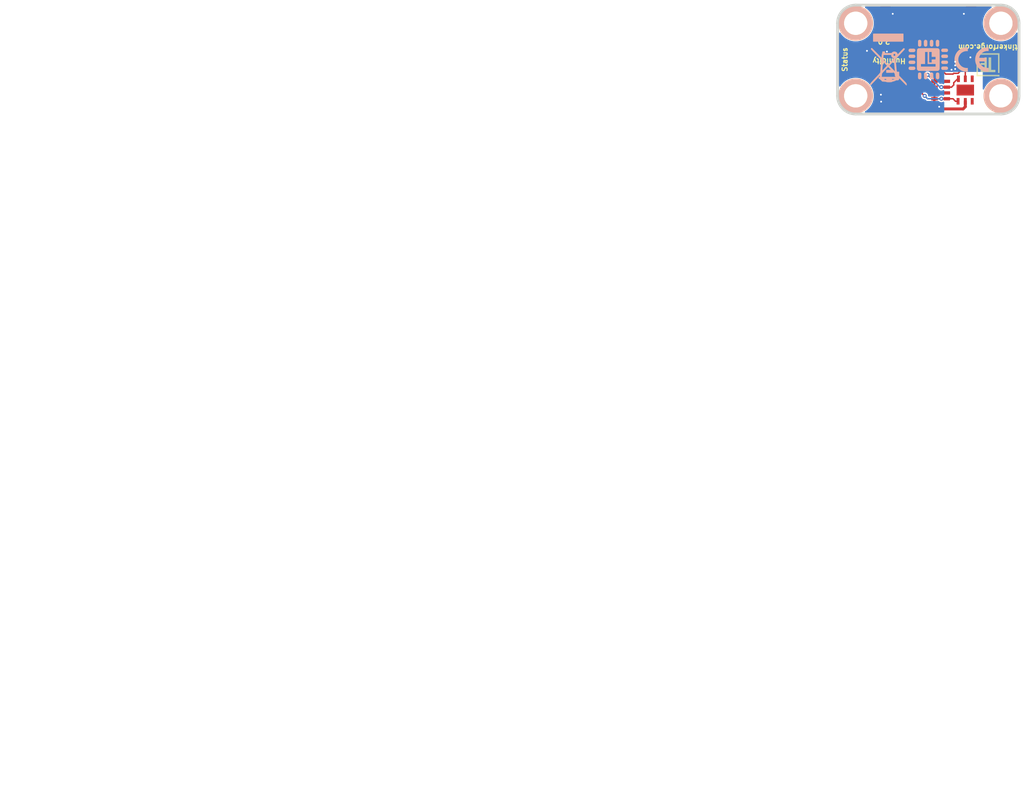
<source format=kicad_pcb>
(kicad_pcb (version 20221018) (generator pcbnew)
  (title_block (title "Humidity Bricklet") (date "2023-01-27") (rev "2.0") (company "Tinkerforge GmbH") (comment 1 "Licensed under CERN OHL v.1.1") (comment 2 "Copyright (©) 2023, B.Nordmeyer <bastian@tinkerforge.com>"))
  (layers (0 "F.Cu" signal) (31 "B.Cu" signal) (34 "B.Paste" user) (35 "F.Paste" user) (36 "B.SilkS" user "B.Silkscreen") (37 "F.SilkS" user "F.Silkscreen") (38 "B.Mask" user) (39 "F.Mask" user) (44 "Edge.Cuts" user))
  (net 0 "")
  (net 1 "GND")
  (net 2 "VCC")
  (net 3 "Net-(D101-Pad2)")
  (net 4 "Net-(P101-Pad4)")
  (net 5 "Net-(P101-Pad5)")
  (net 6 "Net-(P101-Pad6)")
  (net 7 "Net-(C102-Pad2)")
  (net 8 "Net-(R101-Pad1)")
  (net 9 "SDA")
  (net 10 "SCL")
  (net 11 "S-MISO")
  (net 12 "S-CS")
  (net 13 "S-CLK")
  (net 14 "S-MOSI")
  (net 15 "Net-(P102-Pad1)")
  (net 16 "Net-(P103-Pad2)")
  (net 17 "+5V")
  (net 18 "Net-(RP102-Pad6)")
  (net 19 "Net-(RP102-Pad8)")
  (net 20 "Net-(U101-Pad2)")
  (net 21 "Net-(U101-Pad3)")
  (net 22 "Net-(U101-Pad5)")
  (net 23 "Net-(U101-Pad6)")
  (net 24 "Net-(U101-Pad8)")
  (net 25 "Net-(U101-Pad11)")
  (net 26 "Net-(U101-Pad12)")
  (net 27 "Net-(U101-Pad13)")
  (net 28 "Net-(U101-Pad14)")
  (net 29 "Net-(U101-Pad16)")
  (net 30 "Net-(U101-Pad18)")
  (net 31 "Net-(U101-Pad20)")
  (net 32 "Net-(U101-Pad21)")
  (net 33 "Net-(U102-Pad3)")
  (net 34 "Net-(U102-Pad4)")
  (footprint "kicad-libraries:QFN24-4x4mm-0.5mm" (layer "F.Cu") (at 138.6 95.1 -45)
    (fp_text reference "U101")
    (fp_text value "XMC1100-16")
    (pad "1" smd oval (at -2.025 -1.25 315) (size 1 0.3) (layers "F.Cu" "F.Paste" "F.Mask") (net 11 "S-MISO"))
    (pad "2" smd oval (at -2.025 -0.75 315) (size 1 0.3) (layers "F.Cu" "F.Paste" "F.Mask") (net 20 "Net-(U101-Pad2)"))
    (pad "3" smd oval (at -2.025 -0.25 315) (size 1 0.3) (layers "F.Cu" "F.Paste" "F.Mask") (net 21 "Net-(U101-Pad3)"))
    (pad "4" smd oval (at -2.025 0.25 315) (size 1 0.3) (layers "F.Cu" "F.Paste" "F.Mask") (net 16 "Net-(P103-Pad2)"))
    (pad "5" smd oval (at -2.025 0.75 315) (size 1 0.3) (layers "F.Cu" "F.Paste" "F.Mask") (net 22 "Net-(U101-Pad5)"))
    (pad "6" smd oval (at -2.025 1.25 315) (size 1 0.3) (layers "F.Cu" "F.Paste" "F.Mask") (net 23 "Net-(U101-Pad6)"))
    (pad "7" smd oval (at -1.25 2.025 45) (size 1 0.3) (layers "F.Cu" "F.Paste" "F.Mask") (net 8 "Net-(R101-Pad1)"))
    (pad "8" smd oval (at -0.75 2.025 45) (size 1 0.3) (layers "F.Cu" "F.Paste" "F.Mask") (net 24 "Net-(U101-Pad8)"))
    (pad "9" smd oval (at -0.25 2.025 45) (size 1 0.3) (layers "F.Cu" "F.Paste" "F.Mask") (net 1 "GND"))
    (pad "10" smd oval (at 0.25 2.025 45) (size 1 0.3) (layers "F.Cu" "F.Paste" "F.Mask") (net 2 "VCC"))
    (pad "11" smd oval (at 0.75 2.025 45) (size 1 0.3) (layers "F.Cu" "F.Paste" "F.Mask") (net 25 "Net-(U101-Pad11)"))
    (pad "12" smd oval (at 1.25 2.025 45) (size 1 0.3) (layers "F.Cu" "F.Paste" "F.Mask") (net 26 "Net-(U101-Pad12)"))
    (pad "13" smd oval (at 2.025 1.25 315) (size 1 0.3) (layers "F.Cu" "F.Paste" "F.Mask") (net 27 "Net-(U101-Pad13)"))
    (pad "14" smd oval (at 2.025 0.75 315) (size 1 0.3) (layers "F.Cu" "F.Paste" "F.Mask") (net 28 "Net-(U101-Pad14)"))
    (pad "15" smd oval (at 2.025 0.25 315) (size 1 0.3) (layers "F.Cu" "F.Paste" "F.Mask") (net 15 "Net-(P102-Pad1)"))
    (pad "16" smd oval (at 2.025 -0.25 315) (size 1 0.3) (layers "F.Cu" "F.Paste" "F.Mask") (net 29 "Net-(U101-Pad16)"))
    (pad "17" smd oval (at 2.025 -0.75 315) (size 1 0.3) (layers "F.Cu" "F.Paste" "F.Mask") (net 9 "SDA"))
    (pad "18" smd oval (at 2.025 -1.25 315) (size 1 0.3) (layers "F.Cu" "F.Paste" "F.Mask") (net 30 "Net-(U101-Pad18)"))
    (pad "19" smd oval (at 1.25 -2.025 45) (size 1 0.3) (layers "F.Cu" "F.Paste" "F.Mask") (net 10 "SCL"))
    (pad "20" smd oval (at 0.75 -2.025 45) (size 1 0.3) (layers "F.Cu" "F.Paste" "F.Mask") (net 31 "Net-(U101-Pad20)"))
    (pad "21" smd oval (at 0.25 -2.025 45) (size 1 0.3) (layers "F.Cu" "F.Paste" "F.Mask") (net 32 "Net-(U101-Pad21)"))
    (pad "22" smd oval (at -0.25 -2.025 45) (size 1 0.3) (layers "F.Cu" "F.Paste" "F.Mask") (net 12 "S-CS"))
    (pad "23" smd oval (at -0.75 -2.025 45) (size 1 0.3) (layers "F.Cu" "F.Paste" "F.Mask") (net 13 "S-CLK"))
    (pad "24" smd oval (at -1.25 -2.025 45) (size 1 0.3) (layers "F.Cu" "F.Paste" "F.Mask") (net 14 "S-MOSI"))
    (pad "EXP" smd rect (at -0.65 -0.65 315) (size 1.3 1.3) (layers "F.Cu" "F.Paste" "F.Mask") (net 1 "GND"))
    (pad "EXP" smd rect (at -0.65 0.65 315) (size 1.3 1.3) (layers "F.Cu" "F.Paste" "F.Mask") (net 1 "GND"))
    (pad "EXP" smd rect (at 0.65 -0.65 315) (size 1.3 1.3) (layers "F.Cu" "F.Paste" "F.Mask") (net 1 "GND"))
    (pad "EXP" smd rect (at 0.65 0.65 315) (size 1.3 1.3) (layers "F.Cu" "F.Paste" "F.Mask") (net 1 "GND"))
  )
  (footprint "kicad-libraries:Logo_31x31" (layer "F.Cu") (at 151.5 93.9 180)
    (fp_text reference "G***" hide)
    (fp_text value "Logo_31x31" hide)
  )
  (footprint "kicad-libraries:DEBUG_PAD" (layer "F.Cu") (at 140.8 97.7)
    (fp_text reference "P102")
    (fp_text value "DEBUG")
    (pad "1" smd circle (at 0 0) (size 0.7 0.7) (layers "F.Cu" "F.Paste" "F.Mask") (net 15 "Net-(P102-Pad1)"))
  )
  (footprint "kicad-libraries:SolderJumper" (layer "F.Cu") (at 134.3 90.4)
    (fp_text reference "P103")
    (fp_text value "BOOT")
    (pad "1" smd rect (at -0.5 0) (size 0.4 1.4) (layers "F.Cu" "F.Mask") (net 1 "GND"))
    (pad "1" smd rect (at -0.225 -0.55) (size 0.95 0.3) (layers "F.Cu" "F.Mask") (net 1 "GND"))
    (pad "1" smd rect (at -0.225 0.55) (size 0.95 0.3) (layers "F.Cu" "F.Mask") (net 1 "GND"))
    (pad "2" smd rect (at 0.15 0) (size 0.6 0.5) (layers "F.Cu" "F.Mask") (net 16 "Net-(P103-Pad2)"))
    (pad "2" smd rect (at 0.55 0) (size 0.3 1.4) (layers "F.Cu" "F.Mask") (net 16 "Net-(P103-Pad2)"))
  )
  (footprint "kicad-libraries:Fiducial_Mark" (layer "F.Cu") (at 152.7 91.6 90)
    (fp_text reference "Fiducial_Mark" hide)
    (fp_text value "VAL**" hide)
    (pad "1" smd circle (at 0 0 90) (size 1.00076 1.00076) (layers "F.Cu" "F.Paste" "F.Mask") (clearance 0.65024))
  )
  (footprint "kicad-libraries:Fiducial_Mark" (layer "F.Cu") (at 138.2 85.6 90)
    (fp_text reference "Fiducial_Mark" hide)
    (fp_text value "VAL**" hide)
    (pad "1" smd circle (at 0 0 90) (size 1.00076 1.00076) (layers "F.Cu" "F.Paste" "F.Mask") (clearance 0.65024))
  )
  (footprint "kicad-libraries:DFN6-30x30_humidity" (layer "F.Cu") (at 146.8 95.8 180)
    (fp_text reference "U102")
    (fp_text value "HDC1080")
    (pad "1" smd rect (at 1 -1.55 180) (size 0.4 0.9) (layers "F.Cu" "F.Paste" "F.Mask") (net 9 "SDA"))
    (pad "2" smd rect (at 0 -1.55 180) (size 0.4 0.9) (layers "F.Cu" "F.Paste" "F.Mask") (net 1 "GND"))
    (pad "3" smd rect (at -0.95 -1.55 180) (size 0.4 0.9) (layers "F.Cu" "F.Paste" "F.Mask") (net 33 "Net-(U102-Pad3)"))
    (pad "4" smd rect (at -0.95 1.55 180) (size 0.4 0.9) (layers "F.Cu" "F.Paste" "F.Mask") (net 34 "Net-(U102-Pad4)"))
    (pad "5" smd rect (at 0 1.55 180) (size 0.4 0.9) (layers "F.Cu" "F.Paste" "F.Mask") (net 2 "VCC"))
    (pad "6" smd rect (at 0.95 1.55 180) (size 0.4 0.9) (layers "F.Cu" "F.Paste" "F.Mask") (net 10 "SCL"))
    (pad "EXP" smd rect (at 0 0 180) (size 2.4 1.5) (layers "F.Cu" "F.Paste" "F.Mask"))
  )
  (footprint "kicad-libraries:C0805" (layer "F.Cu") (at 144.1 90.7 180)
    (fp_text reference "C101")
    (fp_text value "10uF")
    (pad "1" smd rect (at -1.00076 0 180) (size 1.00076 1.24968) (layers "F.Cu" "F.Paste" "F.Mask") (net 1 "GND") (clearance 0.14986))
    (pad "2" smd rect (at 1.00076 0 180) (size 1.00076 1.24968) (layers "F.Cu" "F.Paste" "F.Mask") (net 2 "VCC") (clearance 0.14986))
  )
  (footprint "kicad-libraries:C0402F" (layer "F.Cu") (at 137.3 90.5)
    (fp_text reference "C102")
    (fp_text value "220pF")
    (pad "1" smd rect (at -0.5 0) (size 0.6 0.7) (layers "F.Cu" "F.Paste" "F.Mask") (net 1 "GND"))
    (pad "2" smd rect (at 0.5 0) (size 0.6 0.7) (layers "F.Cu" "F.Paste" "F.Mask") (net 7 "Net-(C102-Pad2)"))
  )
  (footprint "kicad-libraries:C0603F" (layer "F.Cu") (at 143.9 92.2 180)
    (fp_text reference "C103")
    (fp_text value "1uF")
    (pad "1" smd rect (at -0.75 0 180) (size 0.9 0.9) (layers "F.Cu" "F.Paste" "F.Mask") (net 1 "GND"))
    (pad "2" smd rect (at 0.75 0 180) (size 0.9 0.9) (layers "F.Cu" "F.Paste" "F.Mask") (net 2 "VCC"))
  )
  (footprint "kicad-libraries:C0603F" (layer "F.Cu") (at 136.2 97.5 135)
    (fp_text reference "C104")
    (fp_text value "100nF")
    (pad "1" smd rect (at -0.75 0 135) (size 0.9 0.9) (layers "F.Cu" "F.Paste" "F.Mask") (net 2 "VCC"))
    (pad "2" smd rect (at 0.75 0 135) (size 0.9 0.9) (layers "F.Cu" "F.Paste" "F.Mask") (net 1 "GND"))
  )
  (footprint "kicad-libraries:C0603F" (layer "F.Cu") (at 146.8 92 90)
    (fp_text reference "C105")
    (fp_text value "100nF")
    (pad "1" smd rect (at -0.75 0 90) (size 0.9 0.9) (layers "F.Cu" "F.Paste" "F.Mask") (net 2 "VCC"))
    (pad "2" smd rect (at 0.75 0 90) (size 0.9 0.9) (layers "F.Cu" "F.Paste" "F.Mask") (net 1 "GND"))
  )
  (footprint "kicad-libraries:D0603F" (layer "F.Cu") (at 131.4 91.6 90)
    (fp_text reference "D101")
    (fp_text value "blue")
    (pad "1" smd rect (at -0.75 0 90) (size 0.9 0.9) (layers "F.Cu" "F.Paste" "F.Mask") (net 2 "VCC"))
    (pad "2" smd rect (at 0.75 0 90) (size 0.9 0.9) (layers "F.Cu" "F.Paste" "F.Mask") (net 3 "Net-(D101-Pad2)"))
  )
  (footprint "kicad-libraries:CON-SENSOR2" (layer "F.Cu") (at 141.7 84.1 180)
    (fp_text reference "P101")
    (fp_text value "CON-SENSOR2")
    (pad "1" smd rect (at -3.75 -4.6 180) (size 0.6 1.8) (layers "F.Cu" "F.Paste" "F.Mask") (net 17 "+5V"))
    (pad "2" smd rect (at -2.5 -4.6 180) (size 0.6 1.8) (layers "F.Cu" "F.Paste" "F.Mask") (net 1 "GND"))
    (pad "3" smd rect (at -1.25 -4.6 180) (size 0.6 1.8) (layers "F.Cu" "F.Paste" "F.Mask") (net 2 "VCC"))
    (pad "4" smd rect (at 0 -4.6 180) (size 0.6 1.8) (layers "F.Cu" "F.Paste" "F.Mask") (net 4 "Net-(P101-Pad4)"))
    (pad "5" smd rect (at 1.25 -4.6 180) (size 0.6 1.8) (layers "F.Cu" "F.Paste" "F.Mask") (net 5 "Net-(P101-Pad5)"))
    (pad "6" smd rect (at 2.5 -4.6 180) (size 0.6 1.8) (layers "F.Cu" "F.Paste" "F.Mask") (net 6 "Net-(P101-Pad6)"))
    (pad "7" smd rect (at 3.75 -4.6 180) (size 0.6 1.8) (layers "F.Cu" "F.Paste" "F.Mask") (net 7 "Net-(C102-Pad2)"))
    (pad "EP" smd rect (at -5.9 -1.2 180) (size 1.4 2.4) (layers "F.Cu" "F.Paste" "F.Mask") (net 1 "GND"))
    (pad "EP" smd rect (at 5.9 -1.2 180) (size 1.4 2.4) (layers "F.Cu" "F.Paste" "F.Mask") (net 1 "GND"))
  )
  (footprint "kicad-libraries:R0603F" (layer "F.Cu") (at 134.2 93.1 135)
    (fp_text reference "R101")
    (fp_text value "1k")
    (pad "1" smd rect (at -0.75 0 135) (size 0.9 0.9) (layers "F.Cu" "F.Paste" "F.Mask") (net 8 "Net-(R101-Pad1)"))
    (pad "2" smd rect (at 0.75 0 135) (size 0.9 0.9) (layers "F.Cu" "F.Paste" "F.Mask") (net 3 "Net-(D101-Pad2)"))
  )
  (footprint "kicad-libraries:4X0402" (layer "F.Cu") (at 139.8 91 180)
    (fp_text reference "RP101")
    (fp_text value "82")
    (pad "1" smd rect (at -0.7493 0.575) (size 0.29972 0.65) (layers "F.Cu" "F.Paste" "F.Mask") (net 4 "Net-(P101-Pad4)"))
    (pad "2" smd rect (at -0.24892 0.575) (size 0.29972 0.65) (layers "F.Cu" "F.Paste" "F.Mask") (net 5 "Net-(P101-Pad5)"))
    (pad "3" smd rect (at 0.24892 0.575) (size 0.29972 0.65) (layers "F.Cu" "F.Paste" "F.Mask") (net 6 "Net-(P101-Pad6)"))
    (pad "4" smd rect (at 0.7493 0.575) (size 0.29972 0.65) (layers "F.Cu" "F.Paste" "F.Mask") (net 7 "Net-(C102-Pad2)"))
    (pad "5" smd rect (at 0.7493 -0.575 180) (size 0.29972 0.65) (layers "F.Cu" "F.Paste" "F.Mask") (net 11 "S-MISO"))
    (pad "6" smd rect (at 0.24892 -0.575 180) (size 0.29972 0.65) (layers "F.Cu" "F.Paste" "F.Mask") (net 14 "S-MOSI"))
    (pad "7" smd rect (at -0.24892 -0.575 180) (size 0.29972 0.65) (layers "F.Cu" "F.Paste" "F.Mask") (net 13 "S-CLK"))
    (pad "8" smd rect (at -0.7493 -0.575 180) (size 0.29972 0.65) (layers "F.Cu" "F.Paste" "F.Mask") (net 12 "S-CS"))
  )
  (footprint "kicad-libraries:0603X4" (layer "F.Cu") (at 143.4 95.8 90)
    (fp_text reference "RP102")
    (fp_text value "4k7")
    (pad "1" smd rect (at 1.19888 -0.8509 90) (size 0.44958 0.89916) (layers "F.Cu" "F.Paste" "F.Mask") (net 2 "VCC"))
    (pad "2" smd rect (at 0.39878 -0.8509 90) (size 0.44958 0.89916) (layers "F.Cu" "F.Paste" "F.Mask") (net 2 "VCC"))
    (pad "3" smd rect (at -0.39878 -0.8509 90) (size 0.44958 0.89916) (layers "F.Cu" "F.Paste" "F.Mask") (net 2 "VCC"))
    (pad "4" smd rect (at -1.19888 -0.8509 90) (size 0.44958 0.89916) (layers "F.Cu" "F.Paste" "F.Mask") (net 2 "VCC"))
    (pad "5" smd rect (at -1.19888 0.8509 90) (size 0.44958 0.89916) (layers "F.Cu" "F.Paste" "F.Mask") (net 9 "SDA"))
    (pad "6" smd rect (at -0.39878 0.8509 90) (size 0.44958 0.89916) (layers "F.Cu" "F.Paste" "F.Mask") (net 18 "Net-(RP102-Pad6)"))
    (pad "7" smd rect (at 0.39878 0.8509 90) (size 0.44958 0.89916) (layers "F.Cu" "F.Paste" "F.Mask") (net 10 "SCL"))
    (pad "8" smd rect (at 1.19888 0.8509 90) (size 0.44958 0.89916) (layers "F.Cu" "F.Paste" "F.Mask") (net 19 "Net-(RP102-Pad8)"))
  )
  (footprint "kicad-libraries:DRILL_NP" (layer "F.Cu") (at 131.7 86.6 90)
    (fp_text reference "U103" hide)
    (fp_text value "DRILL" hide)
    (pad "" np_thru_hole circle (at 0 0 90) (size 3.2 3.2) (drill 3.2) (layers "F&B.Cu" "*.Mask") (clearance 0.89))
  )
  (footprint "kicad-libraries:DRILL_NP" (layer "F.Cu") (at 151.7 86.6 90)
    (fp_text reference "U104" hide)
    (fp_text value "DRILL" hide)
    (pad "" np_thru_hole circle (at 0 0 90) (size 3.2 3.2) (drill 3.2) (layers "F&B.Cu" "*.Mask") (clearance 0.89))
  )
  (footprint "kicad-libraries:DRILL_NP" (layer "F.Cu") (at 131.7 96.6 90)
    (fp_text reference "U105" hide)
    (fp_text value "DRILL" hide)
    (pad "" np_thru_hole circle (at 0 0 90) (size 3.2 3.2) (drill 3.2) (layers "F&B.Cu" "*.Mask") (clearance 0.89))
  )
  (footprint "kicad-libraries:DRILL_NP" (layer "F.Cu") (at 151.7 96.6 90)
    (fp_text reference "U106" hide)
    (fp_text value "DRILL" hide)
    (pad "" np_thru_hole circle (at 0 0 90) (size 3.2 3.2) (drill 3.2) (layers "F&B.Cu" "*.Mask") (clearance 0.89))
  )
  (footprint "kicad-libraries:Logo_CoMCU" (layer "B.Cu") (at 141.7 91.6)
    (fp_text reference "G***" hide)
    (fp_text value "LOGO" hide)
  )
  (footprint "kicad-libraries:WEEE_7mm" (layer "B.Cu") (at 136.2 91.6)
    (fp_text reference "G***" hide)
    (fp_text value "LOGO" hide)
  )
  (footprint "kicad-libraries:CE_5mm" (layer "B.Cu") (at 147.7 91.6)
    (fp_text reference "VAL" hide)
    (fp_text value "CE_5mm" hide)
  )
  (gr_line (start 129.2 86.6) (end 129.2 96.6) (stroke (width 0.381)) (layer "Edge.Cuts"))
  (gr_arc (start 151.7 84.1) (mid 153.467767 84.832233) (end 154.2 86.6) (stroke (width 0.381)) (layer "Edge.Cuts"))
  (gr_line (start 151.7 84.1) (end 131.7 84.1) (stroke (width 0.381)) (layer "Edge.Cuts"))
  (gr_line (start 131.7 99.1) (end 151.7 99.1) (stroke (width 0.381)) (layer "Edge.Cuts"))
  (gr_arc (start 131.7 99.1) (mid 129.932233 98.367767) (end 129.2 96.6) (stroke (width 0.381)) (layer "Edge.Cuts"))
  (gr_arc (start 154.2 96.6) (mid 153.467767 98.367767) (end 151.7 99.1) (stroke (width 0.381)) (layer "Edge.Cuts"))
  (gr_arc (start 129.2 86.6) (mid 129.932233 84.832233) (end 131.7 84.1) (stroke (width 0.381)) (layer "Edge.Cuts"))
  (gr_line (start 154.2 96.6) (end 154.2 86.6) (stroke (width 0.381)) (layer "Edge.Cuts"))
  (gr_text "Humidity" (at 136.3 91.8 180) (layer "F.SilkS") (effects (font (size 0.7 0.7))))
  (gr_text "tinkerforge.com" (at 149.9 89.9 180) (layer "F.SilkS") (effects (font (size 0.7 0.7))))
  (gr_text "Status" (at 130.2 91.6 90) (layer "F.SilkS") (effects (font (size 0.7 0.7))))
  (gr_text "2.0" (at 135.6 89.1 180) (layer "F.SilkS") (effects (font (size 0.7 0.7))))
  (segment (start 136.546447 96.8) (end 135.83934 96.8) (width 0.25) (layer "F.Cu") (net 1))
  (segment (start 135.83934 96.8) (end 135.66967 96.96967) (width 0.25) (layer "F.Cu") (net 1))
  (segment (start 145.1 92.2) (end 145.4 91.9) (width 0.5) (layer "F.Cu") (net 1))
  (segment (start 145.2 92.2) (end 145.4 92.4) (width 0.5) (layer "F.Cu") (net 1))
  (segment (start 144.65 92.25) (end 145.3 92.9) (width 0.5) (layer "F.Cu") (net 1))
  (segment (start 145.3 92.9) (end 145.4 92.9) (width 0.5) (layer "F.Cu") (net 1))
  (segment (start 144.65 92.75) (end 144.9 93) (width 0.5) (layer "F.Cu") (net 1))
  (segment (start 144.2 89.3) (end 145.10076 90.20076) (width 0.5) (layer "F.Cu") (net 1))
  (segment (start 145.10076 90.20076) (end 145.10076 90.7) (width 0.5) (layer "F.Cu") (net 1))
  (segment (start 145.10076 91.29924) (end 144.65 91.75) (width 0.5) (layer "F.Cu") (net 1))
  (segment (start 144.65 91.75) (end 144.65 92.2) (width 0.5) (layer "F.Cu") (net 1))
  (segment (start 137.680761 95.665686) (end 137.680761 95.1) (width 0.25) (layer "F.Cu") (net 1))
  (segment (start 133.8 90.95) (end 134.1 90.95) (width 0.25) (layer "F.Cu") (net 1))
  (segment (start 134.1 90.95) (end 134.075 90.95) (width 0.25) (layer "F.Cu") (net 1))
  (segment (start 133.8 89.85) (end 134.1 89.85) (width 0.25) (layer "F.Cu") (net 1))
  (segment (start 134.1 89.85) (end 134.075 89.85) (width 0.25) (layer "F.Cu") (net 1))
  (segment (start 147.45 91.25) (end 147.5 91.3) (width 0.4) (layer "F.Cu") (net 1))
  (segment (start 146.8 98.1) (end 146.5 98.4) (width 0.4) (layer "F.Cu") (net 1))
  (segment (start 146.5 98.4) (end 143.5 98.4) (width 0.4) (layer "F.Cu") (net 1))
  (segment (start 143.5 98.4) (end 143.2 98.1) (width 0.4) (layer "F.Cu") (net 1))
  (segment (start 145.10076 90.7) (end 145.10076 91.29924) (width 0.5) (layer "F.Cu") (net 1))
  (segment (start 133.8 90.4) (end 133.8 90.95) (width 0.25) (layer "F.Cu") (net 1))
  (segment (start 146.8 97.35) (end 146.8 98.1) (width 0.4) (layer "F.Cu") (net 1))
  (segment (start 136.991332 96.355115) (end 136.546447 96.8) (width 0.25) (layer "F.Cu") (net 1))
  (segment (start 133.8 90.4) (end 133.25 90.4) (width 0.25) (layer "F.Cu") (net 1))
  (segment (start 144.65 92.2) (end 144.65 92.25) (width 0.5) (layer "F.Cu") (net 1))
  (segment (start 147.6 85.3) (end 146.6 85.3) (width 0.5) (layer "F.Cu") (net 1))
  (segment (start 138.6 94.180761) (end 137.680761 95.1) (width 0.25) (layer "F.Cu") (net 1))
  (segment (start 144.65 92.2) (end 144.65 92.75) (width 0.5) (layer "F.Cu") (net 1))
  (segment (start 133.8 90.4) (end 133.8 89.85) (width 0.25) (layer "F.Cu") (net 1))
  (segment (start 139.519239 95.1) (end 138.6 96.019239) (width 0.25) (layer "F.Cu") (net 1))
  (segment (start 136.65 90.5) (end 136 90.5) (width 0.5) (layer "F.Cu") (net 1))
  (segment (start 135.1703 96.4703) (end 135.1703 96.4396) (width 0.5) (layer "F.Cu") (net 1))
  (segment (start 135.66967 96.96967) (end 135.1703 96.4703) (width 0.5) (layer "F.Cu") (net 1))
  (segment (start 135.23934 97.4) (end 135.66967 96.96967) (width 0.5) (layer "F.Cu") (net 1))
  (segment (start 135.8 85.3) (end 136.8 85.3) (width 0.5) (layer "F.Cu") (net 1))
  (segment (start 144.65 92.2) (end 145.2 92.2) (width 0.5) (layer "F.Cu") (net 1))
  (segment (start 144.2 88.7) (end 144.2 89.3) (width 0.5) (layer "F.Cu") (net 1))
  (segment (start 146.8 91.25) (end 147.45 91.25) (width 0.4) (layer "F.Cu") (net 1))
  (segment (start 144.65 92.2) (end 145.1 92.2) (width 0.5) (layer "F.Cu") (net 1))
  (segment (start 137.680761 95.1) (end 138.6 96.019239) (width 0.25) (layer "F.Cu") (net 1))
  (segment (start 135.2 97.4) (end 135.23934 97.4) (width 0.5) (layer "F.Cu") (net 1))
  (segment (start 136.991332 96.355115) (end 137.680761 95.665686) (width 0.25) (layer "F.Cu") (net 1))
  (via (at 144.9 93) (size 0.55) (drill 0.25) (layers "F.Cu" "B.Cu") (net 1))
  (via (at 147.5 91.3) (size 0.55) (drill 0.25) (layers "F.Cu" "B.Cu") (net 1))
  (via (at 143.2 98.1) (size 0.55) (drill 0.25) (layers "F.Cu" "B.Cu") (net 1))
  (via (at 136 90.5) (size 0.55) (drill 0.25) (layers "F.Cu" "B.Cu") (net 1))
  (via (at 136.8 85.3) (size 0.55) (drill 0.25) (layers "F.Cu" "B.Cu") (net 1))
  (via (at 145.4 91.9) (size 0.55) (drill 0.25) (layers "F.Cu" "B.Cu") (net 1))
  (via (at 145.4 92.4) (size 0.55) (drill 0.25) (layers "F.Cu" "B.Cu") (net 1))
  (via (at 135.1703 96.4396) (size 0.55) (drill 0.25) (layers "F.Cu" "B.Cu") (net 1))
  (via (at 135.2 97.4) (size 0.55) (drill 0.25) (layers "F.Cu" "B.Cu") (net 1))
  (via (at 146.6 85.3) (size 0.55) (drill 0.25) (layers "F.Cu" "B.Cu") (net 1))
  (via (at 145.4 92.9) (size 0.55) (drill 0.25) (layers "F.Cu" "B.Cu") (net 1))
  (via (at 133.25 90.4) (size 0.55) (drill 0.25) (layers "F.Cu" "B.Cu") (net 1))
  (segment (start 136.9 97.153553) (end 136.9 97.86066) (width 0.25) (layer "F.Cu") (net 2))
  (segment (start 136.9 97.86066) (end 136.73033 98.03033) (width 0.25) (layer "F.Cu") (net 2))
  (segment (start 140.2 98.4) (end 137.1 98.4) (width 0.25) (layer "F.Cu") (net 2))
  (segment (start 142.95 89.75) (end 143.09924 89.89924) (width 0.5) (layer "F.Cu") (net 2))
  (segment (start 143.09924 89.89924) (end 143.09924 90.7) (width 0.5) (layer "F.Cu") (net 2))
  (segment (start 143.09924 92.14924) (end 143.15 92.2) (width 0.5) (layer "F.Cu") (net 2))
  (segment (start 141.4 98.4) (end 140.2 98.4) (width 0.25) (layer "F.Cu") (net 2))
  (segment (start 143.15 92.95) (end 142.5491 93.5509) (width 0.25) (layer "F.Cu") (net 2))
  (segment (start 142.5491 93.5509) (end 142.5491 94.60112) (width 0.25) (layer "F.Cu") (net 2))
  (segment (start 142.5491 97.2509) (end 141.4 98.4) (width 0.25) (layer "F.Cu") (net 2))
  (segment (start 146.55 92.75) (end 145.8 93.5) (width 0.2) (layer "F.Cu") (net 2))
  (segment (start 145.8 93.5) (end 145.2 93.5) (width 0.2) (layer "F.Cu") (net 2))
  (segment (start 145.2 93.5) (end 145.1 93.6) (width 0.2) (layer "F.Cu") (net 2))
  (segment (start 145.1 93.6) (end 144.1 93.6) (width 0.2) (layer "F.Cu") (net 2))
  (segment (start 144.1 93.6) (end 143.15 92.65) (width 0.2) (layer "F.Cu") (net 2))
  (segment (start 143.15 92.65) (end 143.15 92.2) (width 0.2) (layer "F.Cu") (net 2))
  (segment (start 137.344885 96.708668) (end 136.9 97.153553) (width 0.25) (layer "F.Cu") (net 2))
  (segment (start 142.5491 94.60112) (end 142.5491 95.40122) (width 0.25) (layer "F.Cu") (net 2))
  (segment (start 146.8 92.75) (end 146.55 92.75) (width 0.2) (layer "F.Cu") (net 2))
  (segment (start 131.4 92.35) (end 130.55 92.35) (width 0.2) (layer "F.Cu") (net 2))
  (segment (start 142.5491 96.19878) (end 142.5491 96.99888) (width 0.25) (layer "F.Cu") (net 2))
  (segment (start 130.4 92.2) (end 130.4 90.3) (width 0.2) (layer "F.Cu") (net 2))
  (segment (start 130.8 89.9) (end 133.007537 89.9) (width 0.2) (layer "F.Cu") (net 2))
  (segment (start 143.15 92.2) (end 143.15 92.55) (width 0.25) (layer "F.Cu") (net 2))
  (segment (start 142.5491 95.40122) (end 142.5491 96.19878) (width 0.25) (layer "F.Cu") (net 2))
  (segment (start 146.8 94.25) (end 146.8 92.75) (width 0.2) (layer "F.Cu") (net 2))
  (segment (start 142.5491 96.99888) (end 142.5491 97.2509) (width 0.25) (layer "F.Cu") (net 2))
  (segment (start 133.007537 89.9) (end 133.457537 89.45) (width 0.2) (layer "F.Cu") (net 2))
  (segment (start 137.2 87.2) (end 142.7 87.2) (width 0.2) (layer "F.Cu") (net 2))
  (segment (start 142.7 87.2) (end 142.95 87.45) (width 0.2) (layer "F.Cu") (net 2))
  (segment (start 142.95 88.7) (end 142.95 89.75) (width 0.5) (layer "F.Cu") (net 2))
  (segment (start 143.09924 90.7) (end 143.09924 92.14924) (width 0.5) (layer "F.Cu") (net 2))
  (segment (start 134.95 89.45) (end 137.2 87.2) (width 0.2) (layer "F.Cu") (net 2))
  (segment (start 137.1 98.4) (end 136.73033 98.03033) (width 0.25) (layer "F.Cu") (net 2))
  (segment (start 130.55 92.35) (end 130.4 92.2) (width 0.2) (layer "F.Cu") (net 2))
  (segment (start 133.457537 89.45) (end 134.95 89.45) (width 0.2) (layer "F.Cu") (net 2))
  (segment (start 142.95 87.45) (end 142.95 88.7) (width 0.2) (layer "F.Cu") (net 2))
  (segment (start 143.15 92.2) (end 143.15 92.95) (width 0.25) (layer "F.Cu") (net 2))
  (segment (start 130.4 90.3) (end 130.8 89.9) (width 0.2) (layer "F.Cu") (net 2))
  (segment (start 131.8499 90.7499) (end 133.66967 92.56967) (width 0.25) (layer "F.Cu") (net 3))
  (segment (start 131.6002 90.7499) (end 131.8499 90.7499) (width 0.25) (layer "F.Cu") (net 3))
  (segment (start 131.5001 90.85) (end 131.6002 90.7499) (width 0.25) (layer "F.Cu") (net 3))
  (segment (start 140.5493 90.2507) (end 140.8 90) (width 0.25) (layer "F.Cu") (net 4))
  (segment (start 140.8 90) (end 141.2 90) (width 0.25) (layer "F.Cu") (net 4))
  (segment (start 141.2 90) (end 141.7 89.5) (width 0.25) (layer "F.Cu") (net 4))
  (segment (start 141.7 89.5) (end 141.7 88.7) (width 0.25) (layer "F.Cu") (net 4))
  (segment (start 140.5493 90.425) (end 140.5493 90.2507) (width 0.25) (layer "F.Cu") (net 4))
  (segment (start 140.04892 89.95108) (end 140.45 89.55) (width 0.25) (layer "F.Cu") (net 5))
  (segment (start 140.45 89.55) (end 140.45 88.7) (width 0.25) (layer "F.Cu") (net 5))
  (segment (start 140.04892 90.425) (end 140.04892 89.95108) (width 0.25) (layer "F.Cu") (net 5))
  (segment (start 139.55108 89.95108) (end 139.2 89.6) (width 0.25) (layer "F.Cu") (net 6))
  (segment (start 139.2 89.6) (end 139.2 88.7) (width 0.25) (layer "F.Cu") (net 6))
  (segment (start 139.55108 90.425) (end 139.55108 89.95108) (width 0.25) (layer "F.Cu") (net 6))
  (segment (start 138.9757 90.5) (end 137.95 90.5) (width 0.25) (layer "F.Cu") (net 7))
  (segment (start 137.95 88.7) (end 137.95 90.5) (width 0.25) (layer "F.Cu") (net 7))
  (segment (start 139.0507 90.425) (end 138.9757 90.5) (width 0.25) (layer "F.Cu") (net 7))
  (segment (start 135.1 94) (end 134.73033 93.63033) (width 0.25) (layer "F.Cu") (net 8))
  (segment (start 136.284225 95.648008) (end 135.932233 96) (width 0.25) (layer "F.Cu") (net 8))
  (segment (start 135.1 95.6) (end 135.1 94) (width 0.25) (layer "F.Cu") (net 8))
  (segment (start 135.932233 96) (end 135.5 96) (width 0.25) (layer "F.Cu") (net 8))
  (segment (start 135.5 96) (end 135.1 95.6) (width 0.25) (layer "F.Cu") (net 8))
  (segment (start 145.45 97.35) (end 145.09888 96.99888) (width 0.2) (layer "F.Cu") (net 9))
  (segment (start 145.09888 96.99888) (end 144.2509 96.99888) (width 0.2) (layer "F.Cu") (net 9))
  (segment (start 143.50112 96.99888) (end 143.5 97) (width 0.2) (layer "F.Cu") (net 9))
  (segment (start 141.16066 96.6) (end 141.2 96.6) (width 0.2) (layer "F.Cu") (net 9))
  (segment (start 145.8 97.35) (end 145.45 97.35) (width 0.2) (layer "F.Cu") (net 9))
  (segment (start 144.2509 96.99888) (end 143.50112 96.99888) (width 0.2) (layer "F.Cu") (net 9))
  (segment (start 141.16066 96.6) (end 140.562221 96.001561) (width 0.2) (layer "F.Cu") (net 9))
  (via (at 143.5 97) (size 0.55) (drill 0.25) (layers "F.Cu" "B.Cu") (net 9))
  (via (at 141.2 96.6) (size 0.55) (drill 0.25) (layers "F.Cu" "B.Cu") (net 9))
  (segment (start 141.6 97) (end 141.2 96.6) (width 0.2) (layer "B.Cu") (net 9))
  (segment (start 143.5 97) (end 141.6 97) (width 0.2) (layer "B.Cu") (net 9))
  (segment (start 145.75 94.25) (end 145.2 94.8) (width 0.2) (layer "F.Cu") (net 10))
  (segment (start 145.2 94.8) (end 145.2 95.1) (width 0.2) (layer "F.Cu") (net 10))
  (segment (start 145.2 95.1) (end 144.89878 95.40122) (width 0.2) (layer "F.Cu") (net 10))
  (segment (start 144.89878 95.40122) (end 144.2509 95.40122) (width 0.2) (layer "F.Cu") (net 10))
  (segment (start 143.50122 95.40122) (end 143.5 95.4) (width 0.2) (layer "F.Cu") (net 10))
  (segment (start 141.6 93.867767) (end 141.6 93.7) (width 0.2) (layer "F.Cu") (net 10))
  (segment (start 145.85 94.25) (end 145.75 94.25) (width 0.2) (layer "F.Cu") (net 10))
  (segment (start 144.2509 95.40122) (end 143.50122 95.40122) (width 0.2) (layer "F.Cu") (net 10))
  (segment (start 141.6 93.867767) (end 140.915775 94.551992) (width 0.2) (layer "F.Cu") (net 10))
  (via (at 143.5 95.4) (size 0.55) (drill 0.25) (layers "F.Cu" "B.Cu") (net 10))
  (via (at 141.6 93.7) (size 0.55) (drill 0.25) (layers "F.Cu" "B.Cu") (net 10))
  (segment (start 143.3 95.4) (end 143.5 95.4) (width 0.2) (layer "B.Cu") (net 10))
  (segment (start 141.6 93.7) (end 143.3 95.4) (width 0.2) (layer "B.Cu") (net 10))
  (segment (start 139.0507 91.785517) (end 139.0507 91.575) (width 0.25) (layer "F.Cu") (net 11))
  (segment (start 138.051992 92.784225) (end 139.0507 91.785517) (width 0.25) (layer "F.Cu") (net 11))
  (segment (start 140.5493 92.797147) (end 140.5493 91.575) (width 0.25) (layer "F.Cu") (net 12))
  (segment (start 139.855115 93.491332) (end 140.5493 92.797147) (width 0.25) (layer "F.Cu") (net 12))
  (segment (start 140.04892 92.59042) (end 140.04892 91.575) (width 0.25) (layer "F.Cu") (net 13))
  (segment (start 139.501561 93.137779) (end 140.04892 92.59042) (width 0.25) (layer "F.Cu") (net 13))
  (segment (start 139.55108 92.381153) (end 139.55108 91.575) (width 0.25) (layer "F.Cu") (net 14))
  (segment (start 139.148008 92.784225) (end 139.55108 92.381153) (width 0.25) (layer "F.Cu") (net 14))
  (segment (start 140.8 97.653553) (end 140.8 97.7) (width 0.25) (layer "F.Cu") (net 15))
  (segment (start 139.855115 96.708668) (end 140.8 97.653553) (width 0.25) (layer "F.Cu") (net 15))
  (segment (start 135.45 92.303553) (end 135.45 90.8) (width 0.25) (layer "F.Cu") (net 16))
  (segment (start 135.45 90.8) (end 135.05 90.4) (width 0.25) (layer "F.Cu") (net 16))
  (segment (start 135.05 90.4) (end 134.85 90.4) (width 0.25) (layer "F.Cu") (net 16))
  (segment (start 134.45 90.4) (end 134.85 90.4) (width 0.25) (layer "F.Cu") (net 16))
  (segment (start 136.991332 93.844885) (end 135.45 92.303553) (width 0.25) (layer "F.Cu") (net 16))
  (zone (net 1) (net_name "GND") (layer "B.Cu") (connect_pads yes (clearance 0.2)) (min_thickness 0.2) (fill yes (thermal_gap 0.21) (thermal_bridge_width 0.21))
    (polygon (pts (xy 129.2 99.1) (xy 129.2 84.1) (xy 154.2 84.1) (xy 154.2 99.1)))
  )
  (zone (net 0) (net_name "") (layer "B.Cu") (connect_pads (clearance 0)) (min_thickness 0.2)
    (keepout (tracks allowed) (vias allowed) (pads allowed) (copperpour not_allowed) (footprints allowed))
    (fill (thermal_gap 0.21) (thermal_bridge_width 0.21))
    (polygon (pts (xy 149.2 99) (xy 143.9 99.1) (xy 143.9 93.3) (xy 149.2 93.3)))
  )
)
</source>
